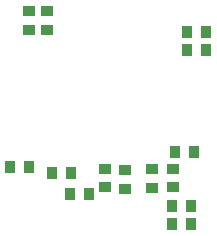
<source format=gbp>
G04*
G04 #@! TF.GenerationSoftware,Altium Limited,Altium Designer,19.1.8 (144)*
G04*
G04 Layer_Color=128*
%FSLAX25Y25*%
%MOIN*%
G70*
G01*
G75*
%ADD25R,0.03543X0.03937*%
%ADD28R,0.03937X0.03543*%
D25*
X222325Y158075D02*
D03*
X228625D02*
D03*
X282625Y139075D02*
D03*
X276325D02*
D03*
X276325Y145075D02*
D03*
X282625D02*
D03*
X281325Y197075D02*
D03*
X287625D02*
D03*
X283625Y163075D02*
D03*
X277325D02*
D03*
X287625Y203075D02*
D03*
X281325D02*
D03*
X242625Y156075D02*
D03*
X236325D02*
D03*
X248625Y149075D02*
D03*
X242325D02*
D03*
D28*
X234475Y203925D02*
D03*
Y210224D02*
D03*
X228475Y210224D02*
D03*
Y203925D02*
D03*
X276475Y157724D02*
D03*
Y151425D02*
D03*
X269475Y157441D02*
D03*
Y151142D02*
D03*
X253975Y151425D02*
D03*
Y157724D02*
D03*
X260475Y150776D02*
D03*
Y157075D02*
D03*
M02*

</source>
